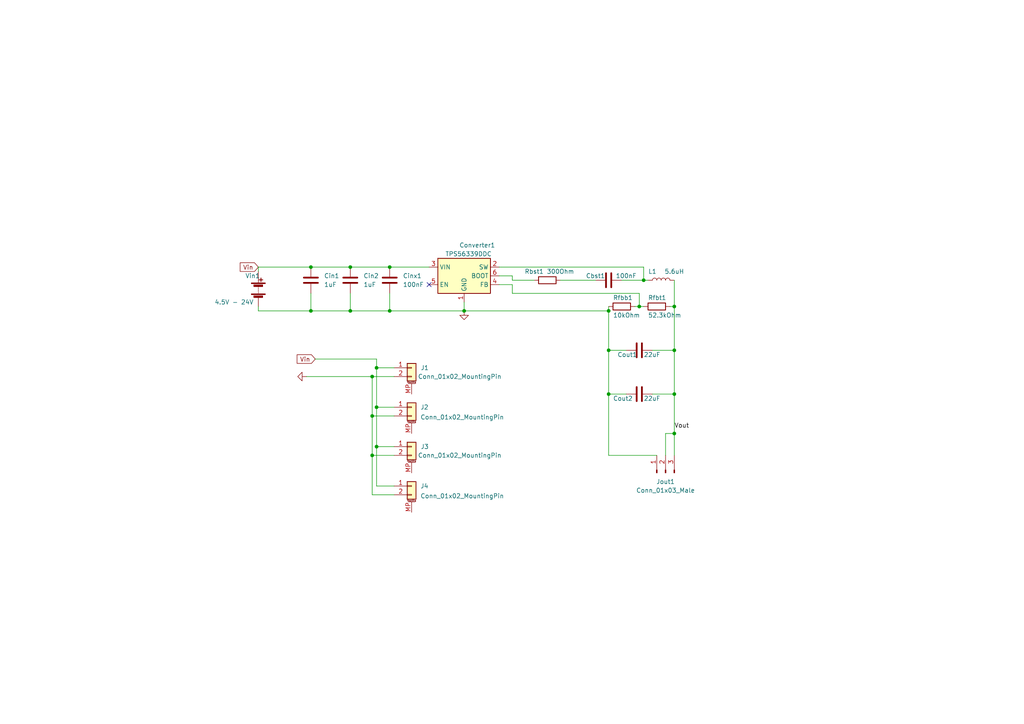
<source format=kicad_sch>
(kicad_sch (version 20211123) (generator eeschema)
  (paper "A4")
  (lib_symbols
    (symbol "Connector:Conn_01x03_Male" (pin_names (offset 1.016) hide)
      (property "Reference" "J" (at 0 5.08 0))
      (property "Value" "Conn_01x03_Male" (at 0 -5.08 0))
      (symbol "Conn_01x03_Male_1_1"
        (polyline (pts (xy 1.27 -2.54) (xy 0.8636 -2.54)) (stroke (width 0.1524)))
        (polyline (pts (xy 1.27 0) (xy 0.8636 0)) (stroke (width 0.1524)))
        (polyline (pts (xy 1.27 2.54) (xy 0.8636 2.54)) (stroke (width 0.1524)))
        (rectangle (start 0.8636 -2.413) (end 0 -2.667) (stroke (width 0.1524)) (fill (type outline)))
        (rectangle (start 0.8636 0.127) (end 0 -0.127) (stroke (width 0.1524)) (fill (type outline)))
        (rectangle (start 0.8636 2.667) (end 0 2.413) (stroke (width 0.1524)) (fill (type outline)))
        (pin passive line (at 5.08 2.54 180) (length 3.81) (name "Pin_1") (number "1"))
        (pin passive line (at 5.08 0 180) (length 3.81) (name "Pin_2") (number "2"))
        (pin passive line (at 5.08 -2.54 180) (length 3.81) (name "Pin_3") (number "3"))
      )
    )
    (symbol "Connector_Generic_MountingPin:Conn_01x02_MountingPin" (pin_names (offset 1.016) hide)
      (property "Reference" "J" (at 0 2.54 0))
      (property "Value" "Conn_01x02_MountingPin" (at 1.27 -5.08 0))
      (symbol "Conn_01x02_MountingPin_1_1"
        (rectangle (start -1.27 -2.413) (end 0 -2.667) (stroke (width 0.1524)))
        (rectangle (start -1.27 0.127) (end 0 -0.127) (stroke (width 0.1524)))
        (rectangle (start -1.27 1.27) (end 1.27 -3.81) (stroke (width 0.254)) (fill (type background)))
        (polyline (pts (xy -1.016 -4.572) (xy 1.016 -4.572)) (stroke (width 0.1524)))
        (text "Mounting" (at 0 -4.191 0) (effects (font (size 0.381 0.381))))
        (pin passive line (at -5.08 0 0) (length 3.81) (name "Pin_1") (number "1"))
        (pin passive line (at -5.08 -2.54 0) (length 3.81) (name "Pin_2") (number "2"))
        (pin passive line (at 0 -7.62 90) (length 3.048) (name "MountPin") (number "MP"))
      )
    )
    (symbol "Device:Battery" (pin_numbers hide) (pin_names (offset 0) hide)
      (property "Reference" "BT" (at 2.54 2.54 0))
      (property "Value" "Battery" (at 2.54 0 0))
      (symbol "Battery_0_1"
        (rectangle (start -2.032 -1.397) (end 2.032 -1.651) (fill (type outline)))
        (rectangle (start -2.032 1.778) (end 2.032 1.524) (fill (type outline)))
        (rectangle (start -1.3208 -1.9812) (end 1.27 -2.4892) (fill (type outline)))
        (rectangle (start -1.3208 1.1938) (end 1.27 0.6858) (fill (type outline)))
        (polyline (pts (xy 0 -1.524) (xy 0 -1.27)))
        (polyline (pts (xy 0 -1.016) (xy 0 -0.762)))
        (polyline (pts (xy 0 -0.508) (xy 0 -0.254)))
        (polyline (pts (xy 0 0) (xy 0 0.254)))
        (polyline (pts (xy 0 0.508) (xy 0 0.762)))
        (polyline (pts (xy 0 1.778) (xy 0 2.54)))
        (polyline (pts (xy 0.254 2.667) (xy 1.27 2.667)) (stroke (width 0.254)))
        (polyline (pts (xy 0.762 3.175) (xy 0.762 2.159)) (stroke (width 0.254)))
      )
      (symbol "Battery_1_1"
        (pin passive line (at 0 5.08 270) (length 2.54) (name "+") (number "1"))
        (pin passive line (at 0 -5.08 90) (length 2.54) (name "-") (number "2"))
      )
    )
    (symbol "Device:C" (pin_numbers hide) (pin_names (offset 0.254))
      (property "Reference" "C" (at 0.635 2.54 0))
      (property "Value" "C" (at 0.635 -2.54 0))
      (symbol "C_0_1"
        (polyline (pts (xy -2.032 -0.762) (xy 2.032 -0.762)) (stroke (width 0.508)))
        (polyline (pts (xy -2.032 0.762) (xy 2.032 0.762)) (stroke (width 0.508)))
      )
      (symbol "C_1_1"
        (pin passive line (at 0 3.81 270) (length 2.794) (name "~") (number "1"))
        (pin passive line (at 0 -3.81 90) (length 2.794) (name "~") (number "2"))
      )
    )
    (symbol "Device:L" (pin_numbers hide) (pin_names (offset 1.016) hide)
      (property "Reference" "L" (at -1.27 0 90))
      (property "Value" "L" (at 1.905 0 90))
      (symbol "L_0_1"
        (arc (start 0 -2.54) (mid 0.635 -1.905) (end 0 -1.27))
        (arc (start 0 -1.27) (mid 0.635 -0.635) (end 0 0))
        (arc (start 0 0) (mid 0.635 0.635) (end 0 1.27))
        (arc (start 0 1.27) (mid 0.635 1.905) (end 0 2.54))
      )
      (symbol "L_1_1"
        (pin passive line (at 0 3.81 270) (length 1.27) (name "1") (number "1"))
        (pin passive line (at 0 -3.81 90) (length 1.27) (name "2") (number "2"))
      )
    )
    (symbol "Device:R" (pin_numbers hide) (pin_names (offset 0))
      (property "Reference" "R" (at 2.032 0 90))
      (property "Value" "R" (at 0 0 90))
      (symbol "R_0_1"
        (rectangle (start -1.016 -2.54) (end 1.016 2.54) (stroke (width 0.254)))
      )
      (symbol "R_1_1"
        (pin passive line (at 0 3.81 270) (length 1.27) (name "~") (number "1"))
        (pin passive line (at 0 -3.81 90) (length 1.27) (name "~") (number "2"))
      )
    )
    (symbol "Regulator_Switching:TPS56339DDC"
      (property "Reference" "U" (at -7.62 6.35 0))
      (property "Value" "TPS56339DDC" (at -2.54 6.35 0))
      (symbol "TPS56339DDC_0_1"
        (rectangle (start -7.62 5.08) (end 7.62 -5.08) (stroke (width 0.254)) (fill (type background)))
      )
      (symbol "TPS56339DDC_1_1"
        (pin power_in line (at 0 -7.62 90) (length 2.54) (name "GND") (number "1"))
        (pin power_out line (at 10.16 2.54 180) (length 2.54) (name "SW") (number "2"))
        (pin power_in line (at -10.16 2.54 0) (length 2.54) (name "VIN") (number "3"))
        (pin input line (at 10.16 -2.54 180) (length 2.54) (name "FB") (number "4"))
        (pin input line (at -10.16 -2.54 0) (length 2.54) (name "EN") (number "5"))
        (pin passive line (at 10.16 0 180) (length 2.54) (name "BOOT") (number "6"))
      )
    )
    (symbol "power:GND" (power) (pin_names (offset 0))
      (property "Value" "GND" (at 0 -3.81 0))
      (symbol "GND_0_1"
        (polyline (pts (xy 0 0) (xy 0 -1.27) (xy 1.27 -1.27) (xy 0 -2.54) (xy -1.27 -1.27) (xy 0 -1.27)))
      )
      (symbol "GND_1_1"
        (pin power_in line (at 0 0 270) (length 0) hide (name "GND") (number "1"))
      )
    )
  )
  (junction (at 195.58 88.9))
  (junction (at 109.22 106.68))
  (junction (at 186.69 81.28))
  (junction (at 113.03 90.17))
  (junction (at 101.6 90.17))
  (junction (at 195.58 114.3))
  (junction (at 101.6 77.47))
  (junction (at 176.53 101.6))
  (junction (at 113.03 77.47))
  (junction (at 176.53 90.17))
  (junction (at 109.22 118.11))
  (junction (at 90.17 90.17))
  (junction (at 109.22 129.54))
  (junction (at 107.95 120.65))
  (junction (at 195.58 125.73))
  (junction (at 90.17 77.47))
  (junction (at 195.58 101.6))
  (junction (at 185.42 88.9))
  (junction (at 176.53 114.3))
  (junction (at 134.62 90.17))
  (junction (at 107.95 109.22))
  (junction (at 107.95 132.08))
  (no_connect (at 124.46 82.55))
  (wire (pts (xy 195.58 101.6) (xy 189.23 101.6)))
  (wire (pts (xy 148.59 85.09) (xy 185.42 85.09)))
  (wire (pts (xy 176.53 101.6) (xy 176.53 90.17)))
  (wire (pts (xy 101.6 90.17) (xy 113.03 90.17)))
  (wire (pts (xy 148.59 81.28) (xy 154.94 81.28)))
  (wire (pts (xy 90.17 77.47) (xy 101.6 77.47)))
  (wire (pts (xy 195.58 88.9) (xy 195.58 101.6)))
  (wire (pts (xy 90.17 85.09) (xy 90.17 90.17)))
  (wire (pts (xy 101.6 77.47) (xy 113.03 77.47)))
  (wire (pts (xy 195.58 125.73) (xy 195.58 132.08)))
  (wire (pts (xy 134.62 90.17) (xy 176.53 90.17)))
  (wire (pts (xy 195.58 101.6) (xy 195.58 114.3)))
  (wire (pts (xy 134.62 87.63) (xy 134.62 90.17)))
  (wire (pts (xy 107.95 132.08) (xy 114.3 132.08)))
  (wire (pts (xy 144.78 77.47) (xy 186.69 77.47)))
  (wire (pts (xy 113.03 90.17) (xy 134.62 90.17)))
  (wire (pts (xy 185.42 85.09) (xy 185.42 88.9)))
  (wire (pts (xy 190.5 132.08) (xy 176.53 132.08)))
  (wire (pts (xy 180.34 81.28) (xy 186.69 81.28)))
  (wire (pts (xy 176.53 132.08) (xy 176.53 114.3)))
  (wire (pts (xy 101.6 85.09) (xy 101.6 90.17)))
  (wire (pts (xy 181.61 114.3) (xy 176.53 114.3)))
  (wire (pts (xy 162.56 81.28) (xy 172.72 81.28)))
  (wire (pts (xy 109.22 140.97) (xy 114.3 140.97)))
  (wire (pts (xy 144.78 82.55) (xy 148.59 82.55)))
  (wire (pts (xy 109.22 106.68) (xy 109.22 118.11)))
  (wire (pts (xy 148.59 82.55) (xy 148.59 85.09)))
  (wire (pts (xy 91.44 104.14) (xy 109.22 104.14)))
  (wire (pts (xy 88.9 109.22) (xy 107.95 109.22)))
  (wire (pts (xy 107.95 143.51) (xy 107.95 132.08)))
  (wire (pts (xy 176.53 90.17) (xy 176.53 88.9)))
  (wire (pts (xy 74.93 88.9) (xy 74.93 90.17)))
  (wire (pts (xy 195.58 125.73) (xy 193.04 125.73)))
  (wire (pts (xy 109.22 118.11) (xy 109.22 129.54)))
  (wire (pts (xy 186.69 81.28) (xy 187.96 81.28)))
  (wire (pts (xy 195.58 114.3) (xy 189.23 114.3)))
  (wire (pts (xy 109.22 104.14) (xy 109.22 106.68)))
  (wire (pts (xy 148.59 80.01) (xy 148.59 81.28)))
  (wire (pts (xy 107.95 120.65) (xy 114.3 120.65)))
  (wire (pts (xy 109.22 129.54) (xy 114.3 129.54)))
  (wire (pts (xy 186.69 88.9) (xy 185.42 88.9)))
  (wire (pts (xy 107.95 132.08) (xy 107.95 120.65)))
  (wire (pts (xy 186.69 77.47) (xy 186.69 81.28)))
  (wire (pts (xy 176.53 114.3) (xy 176.53 101.6)))
  (wire (pts (xy 195.58 114.3) (xy 195.58 125.73)))
  (wire (pts (xy 113.03 77.47) (xy 124.46 77.47)))
  (wire (pts (xy 114.3 143.51) (xy 107.95 143.51)))
  (wire (pts (xy 193.04 125.73) (xy 193.04 132.08)))
  (wire (pts (xy 74.93 77.47) (xy 90.17 77.47)))
  (wire (pts (xy 181.61 101.6) (xy 176.53 101.6)))
  (wire (pts (xy 109.22 106.68) (xy 114.3 106.68)))
  (wire (pts (xy 74.93 90.17) (xy 90.17 90.17)))
  (wire (pts (xy 90.17 90.17) (xy 101.6 90.17)))
  (wire (pts (xy 195.58 88.9) (xy 194.31 88.9)))
  (wire (pts (xy 74.93 78.74) (xy 74.93 77.47)))
  (wire (pts (xy 113.03 85.09) (xy 113.03 90.17)))
  (wire (pts (xy 109.22 118.11) (xy 114.3 118.11)))
  (wire (pts (xy 144.78 80.01) (xy 148.59 80.01)))
  (wire (pts (xy 107.95 120.65) (xy 107.95 109.22)))
  (wire (pts (xy 107.95 109.22) (xy 114.3 109.22)))
  (wire (pts (xy 109.22 129.54) (xy 109.22 140.97)))
  (wire (pts (xy 195.58 81.28) (xy 195.58 88.9)))
  (wire (pts (xy 185.42 88.9) (xy 184.15 88.9)))
  (label "Vout" (at 195.58 124.46 0))
  (global_label "Vin" (shape input) (at 91.44 104.14 180) (property "Intersheet References" "${INTERSHEET_REFS}" (effects hide)))
  (global_label "Vin" (shape input) (at 74.93 77.47 180) (property "Intersheet References" "${INTERSHEET_REFS}" (effects hide)))
  (symbol (lib_id "Connector_Generic_MountingPin:Conn_01x02_MountingPin") (at 119.38 129.54 0) (unit 1)
    (property "Reference" "J3" (at 123.19 129.54 0))
    (property "Value" "Conn_01x02_MountingPin" (at 133.35 132.08 0))
  )
  (symbol (lib_id "Device:R") (at 190.5 88.9 270) (unit 1)
    (property "Reference" "Rfbt1" (at 187.96 86.36 90) (effects (justify left)))
    (property "Value" "52.3kOhm" (at 187.96 91.44 90) (effects (justify left)))
  )
  (symbol (lib_id "Device:C") (at 185.42 101.6 270) (unit 1)
    (property "Reference" "Cout1" (at 179.07 102.87 90) (effects (justify left)))
    (property "Value" "22uF" (at 186.69 102.87 90) (effects (justify left)))
  )
  (symbol (lib_id "Device:C") (at 113.03 81.28 0) (unit 1)
    (property "Reference" "Cinx1" (at 116.84 80.0099 0) (effects (justify left)))
    (property "Value" "100nF" (at 116.84 82.5499 0) (effects (justify left)))
  )
  (symbol (lib_id "Device:C") (at 101.6 81.28 0) (unit 1)
    (property "Reference" "Cin2" (at 105.41 80.0099 0) (effects (justify left)))
    (property "Value" "1uF" (at 105.41 82.5499 0) (effects (justify left)))
  )
  (symbol (lib_id "Device:C") (at 185.42 114.3 270) (unit 1)
    (property "Reference" "Cout2" (at 177.8 115.57 90) (effects (justify left)))
    (property "Value" "22uF" (at 186.69 115.57 90) (effects (justify left)))
  )
  (symbol (lib_id "Device:C") (at 90.17 81.28 0) (unit 1)
    (property "Reference" "Cin1" (at 93.98 80.0099 0) (effects (justify left)))
    (property "Value" "1uF" (at 93.98 82.5499 0) (effects (justify left)))
  )
  (symbol (lib_id "Device:L") (at 191.77 81.28 90) (unit 1)
    (property "Reference" "L1" (at 189.23 78.74 90))
    (property "Value" "5.6uH" (at 195.58 78.74 90))
  )
  (symbol (lib_id "Connector_Generic_MountingPin:Conn_01x02_MountingPin") (at 119.38 106.68 0) (unit 1)
    (property "Reference" "J1" (at 123.19 106.68 0))
    (property "Value" "Conn_01x02_MountingPin" (at 133.35 109.22 0))
  )
  (symbol (lib_id "Device:C") (at 176.53 81.28 90) (unit 1)
    (property "Reference" "Cbst1" (at 172.72 80.01 90))
    (property "Value" "100nF" (at 181.61 80.01 90))
  )
  (symbol (lib_id "Device:Battery") (at 74.93 83.82 0) (unit 1)
    (property "Reference" "Vin1" (at 71.12 80.01 0) (effects (justify left)))
    (property "Value" "4.5V - 24V" (at 62.23 87.63 0) (effects (justify left)))
  )
  (symbol (lib_id "Connector:Conn_01x03_Male") (at 193.04 137.16 90) (unit 1)
    (property "Reference" "Jout1" (at 193.04 139.7 90))
    (property "Value" "Conn_01x03_Male" (at 193.04 142.24 90))
  )
  (symbol (lib_id "Connector_Generic_MountingPin:Conn_01x02_MountingPin") (at 119.38 118.11 0) (unit 1)
    (property "Reference" "J2" (at 121.92 118.11 0) (effects (justify left)))
    (property "Value" "Conn_01x02_MountingPin" (at 121.92 121.0055 0) (effects (justify left)))
  )
  (symbol (lib_id "power:GND") (at 134.62 90.17 0) (unit 1)
    (property "Reference" "#PWR0102" (effects hide))
    (property "Value" "GND" (effects hide))
  )
  (symbol (lib_id "Device:R") (at 158.75 81.28 90) (unit 1)
    (property "Reference" "Rbst1" (at 154.94 78.74 90))
    (property "Value" "300Ohm" (at 162.56 78.74 90))
  )
  (symbol (lib_id "Device:R") (at 180.34 88.9 270) (unit 1)
    (property "Reference" "Rfbb1" (at 177.8 86.36 90) (effects (justify left)))
    (property "Value" "10kOhm" (at 177.8 91.44 90) (effects (justify left)))
  )
  (symbol (lib_id "Connector_Generic_MountingPin:Conn_01x02_MountingPin") (at 119.38 140.97 0) (unit 1)
    (property "Reference" "J4" (at 121.92 140.97 0) (effects (justify left)))
    (property "Value" "Conn_01x02_MountingPin" (at 121.92 143.8655 0) (effects (justify left)))
  )
  (symbol (lib_id "Regulator_Switching:TPS56339DDC") (at 134.62 80.01 0) (unit 1)
    (property "Reference" "Converter1" (at 138.43 71.12 0))
    (property "Value" "TPS56339DDC" (at 135.89 73.66 0))
    (property "Footprint" "Package_TO_SOT_SMD:SOT-23-6" (effects hide))
    (property "Datasheet" "https://www.ti.com/lit/ds/symlink/tps56339.pdf" (effects hide))
  )
  (symbol (lib_id "power:GND") (at 88.9 109.22 270) (unit 1)
    (property "Reference" "#PWR0101" (effects hide))
    (property "Value" "GND" (effects hide))
  )
)
</source>
